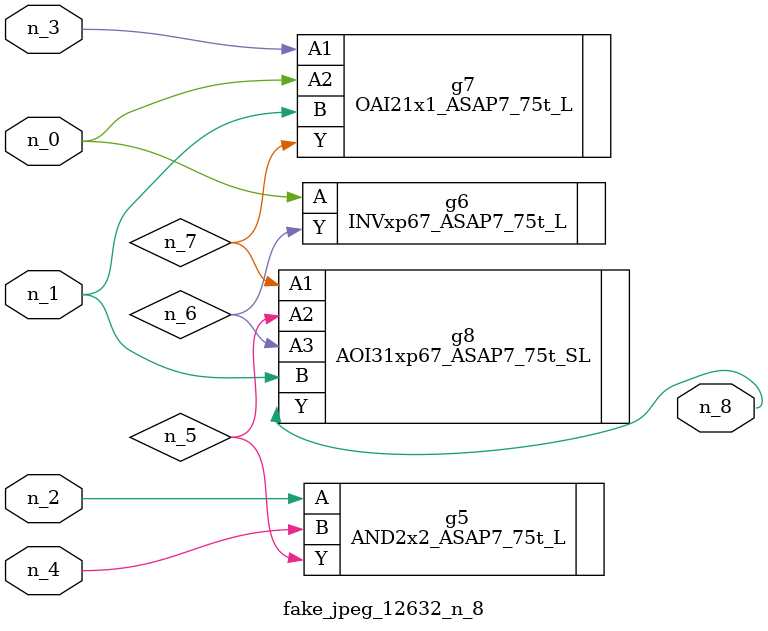
<source format=v>
module fake_jpeg_12632_n_8 (n_3, n_2, n_1, n_0, n_4, n_8);

input n_3;
input n_2;
input n_1;
input n_0;
input n_4;

output n_8;

wire n_6;
wire n_5;
wire n_7;

AND2x2_ASAP7_75t_L g5 ( 
.A(n_2),
.B(n_4),
.Y(n_5)
);

INVxp67_ASAP7_75t_L g6 ( 
.A(n_0),
.Y(n_6)
);

OAI21x1_ASAP7_75t_L g7 ( 
.A1(n_3),
.A2(n_0),
.B(n_1),
.Y(n_7)
);

AOI31xp67_ASAP7_75t_SL g8 ( 
.A1(n_7),
.A2(n_5),
.A3(n_6),
.B(n_1),
.Y(n_8)
);


endmodule
</source>
